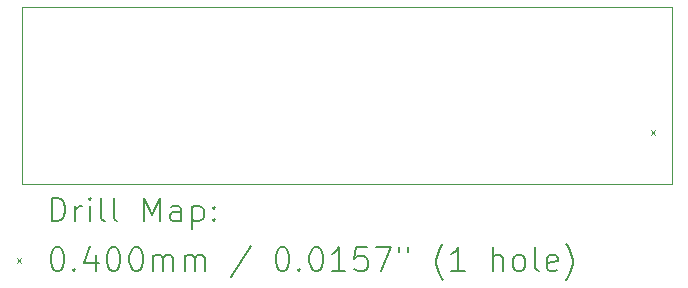
<source format=gbr>
%FSLAX45Y45*%
G04 Gerber Fmt 4.5, Leading zero omitted, Abs format (unit mm)*
G04 Created by KiCad (PCBNEW (6.0.4)) date 2022-06-19 16:10:10*
%MOMM*%
%LPD*%
G01*
G04 APERTURE LIST*
%TA.AperFunction,Profile*%
%ADD10C,0.100000*%
%TD*%
%ADD11C,0.200000*%
%ADD12C,0.040000*%
G04 APERTURE END LIST*
D10*
X10000800Y-11404600D02*
X15500800Y-11404600D01*
X15500800Y-11404600D02*
X15500800Y-9906000D01*
X10000800Y-9906000D02*
X15500800Y-9906000D01*
X10000800Y-9906000D02*
X10000800Y-11404600D01*
D11*
D12*
X15324140Y-10947720D02*
X15364140Y-10987720D01*
X15364140Y-10947720D02*
X15324140Y-10987720D01*
D11*
X10253419Y-11720076D02*
X10253419Y-11520076D01*
X10301038Y-11520076D01*
X10329610Y-11529600D01*
X10348657Y-11548648D01*
X10358181Y-11567695D01*
X10367705Y-11605790D01*
X10367705Y-11634362D01*
X10358181Y-11672457D01*
X10348657Y-11691505D01*
X10329610Y-11710552D01*
X10301038Y-11720076D01*
X10253419Y-11720076D01*
X10453419Y-11720076D02*
X10453419Y-11586743D01*
X10453419Y-11624838D02*
X10462943Y-11605790D01*
X10472467Y-11596267D01*
X10491514Y-11586743D01*
X10510562Y-11586743D01*
X10577229Y-11720076D02*
X10577229Y-11586743D01*
X10577229Y-11520076D02*
X10567705Y-11529600D01*
X10577229Y-11539124D01*
X10586752Y-11529600D01*
X10577229Y-11520076D01*
X10577229Y-11539124D01*
X10701038Y-11720076D02*
X10681990Y-11710552D01*
X10672467Y-11691505D01*
X10672467Y-11520076D01*
X10805800Y-11720076D02*
X10786752Y-11710552D01*
X10777229Y-11691505D01*
X10777229Y-11520076D01*
X11034371Y-11720076D02*
X11034371Y-11520076D01*
X11101038Y-11662933D01*
X11167705Y-11520076D01*
X11167705Y-11720076D01*
X11348657Y-11720076D02*
X11348657Y-11615314D01*
X11339133Y-11596267D01*
X11320086Y-11586743D01*
X11281990Y-11586743D01*
X11262943Y-11596267D01*
X11348657Y-11710552D02*
X11329609Y-11720076D01*
X11281990Y-11720076D01*
X11262943Y-11710552D01*
X11253419Y-11691505D01*
X11253419Y-11672457D01*
X11262943Y-11653409D01*
X11281990Y-11643886D01*
X11329609Y-11643886D01*
X11348657Y-11634362D01*
X11443895Y-11586743D02*
X11443895Y-11786743D01*
X11443895Y-11596267D02*
X11462943Y-11586743D01*
X11501038Y-11586743D01*
X11520086Y-11596267D01*
X11529609Y-11605790D01*
X11539133Y-11624838D01*
X11539133Y-11681981D01*
X11529609Y-11701028D01*
X11520086Y-11710552D01*
X11501038Y-11720076D01*
X11462943Y-11720076D01*
X11443895Y-11710552D01*
X11624848Y-11701028D02*
X11634371Y-11710552D01*
X11624848Y-11720076D01*
X11615324Y-11710552D01*
X11624848Y-11701028D01*
X11624848Y-11720076D01*
X11624848Y-11596267D02*
X11634371Y-11605790D01*
X11624848Y-11615314D01*
X11615324Y-11605790D01*
X11624848Y-11596267D01*
X11624848Y-11615314D01*
D12*
X9955800Y-12029600D02*
X9995800Y-12069600D01*
X9995800Y-12029600D02*
X9955800Y-12069600D01*
D11*
X10291514Y-11940076D02*
X10310562Y-11940076D01*
X10329610Y-11949600D01*
X10339133Y-11959124D01*
X10348657Y-11978171D01*
X10358181Y-12016267D01*
X10358181Y-12063886D01*
X10348657Y-12101981D01*
X10339133Y-12121028D01*
X10329610Y-12130552D01*
X10310562Y-12140076D01*
X10291514Y-12140076D01*
X10272467Y-12130552D01*
X10262943Y-12121028D01*
X10253419Y-12101981D01*
X10243895Y-12063886D01*
X10243895Y-12016267D01*
X10253419Y-11978171D01*
X10262943Y-11959124D01*
X10272467Y-11949600D01*
X10291514Y-11940076D01*
X10443895Y-12121028D02*
X10453419Y-12130552D01*
X10443895Y-12140076D01*
X10434371Y-12130552D01*
X10443895Y-12121028D01*
X10443895Y-12140076D01*
X10624848Y-12006743D02*
X10624848Y-12140076D01*
X10577229Y-11930552D02*
X10529610Y-12073409D01*
X10653419Y-12073409D01*
X10767705Y-11940076D02*
X10786752Y-11940076D01*
X10805800Y-11949600D01*
X10815324Y-11959124D01*
X10824848Y-11978171D01*
X10834371Y-12016267D01*
X10834371Y-12063886D01*
X10824848Y-12101981D01*
X10815324Y-12121028D01*
X10805800Y-12130552D01*
X10786752Y-12140076D01*
X10767705Y-12140076D01*
X10748657Y-12130552D01*
X10739133Y-12121028D01*
X10729610Y-12101981D01*
X10720086Y-12063886D01*
X10720086Y-12016267D01*
X10729610Y-11978171D01*
X10739133Y-11959124D01*
X10748657Y-11949600D01*
X10767705Y-11940076D01*
X10958181Y-11940076D02*
X10977229Y-11940076D01*
X10996276Y-11949600D01*
X11005800Y-11959124D01*
X11015324Y-11978171D01*
X11024848Y-12016267D01*
X11024848Y-12063886D01*
X11015324Y-12101981D01*
X11005800Y-12121028D01*
X10996276Y-12130552D01*
X10977229Y-12140076D01*
X10958181Y-12140076D01*
X10939133Y-12130552D01*
X10929610Y-12121028D01*
X10920086Y-12101981D01*
X10910562Y-12063886D01*
X10910562Y-12016267D01*
X10920086Y-11978171D01*
X10929610Y-11959124D01*
X10939133Y-11949600D01*
X10958181Y-11940076D01*
X11110562Y-12140076D02*
X11110562Y-12006743D01*
X11110562Y-12025790D02*
X11120086Y-12016267D01*
X11139133Y-12006743D01*
X11167705Y-12006743D01*
X11186752Y-12016267D01*
X11196276Y-12035314D01*
X11196276Y-12140076D01*
X11196276Y-12035314D02*
X11205800Y-12016267D01*
X11224848Y-12006743D01*
X11253419Y-12006743D01*
X11272467Y-12016267D01*
X11281990Y-12035314D01*
X11281990Y-12140076D01*
X11377228Y-12140076D02*
X11377228Y-12006743D01*
X11377228Y-12025790D02*
X11386752Y-12016267D01*
X11405800Y-12006743D01*
X11434371Y-12006743D01*
X11453419Y-12016267D01*
X11462943Y-12035314D01*
X11462943Y-12140076D01*
X11462943Y-12035314D02*
X11472467Y-12016267D01*
X11491514Y-12006743D01*
X11520086Y-12006743D01*
X11539133Y-12016267D01*
X11548657Y-12035314D01*
X11548657Y-12140076D01*
X11939133Y-11930552D02*
X11767705Y-12187695D01*
X12196276Y-11940076D02*
X12215324Y-11940076D01*
X12234371Y-11949600D01*
X12243895Y-11959124D01*
X12253419Y-11978171D01*
X12262943Y-12016267D01*
X12262943Y-12063886D01*
X12253419Y-12101981D01*
X12243895Y-12121028D01*
X12234371Y-12130552D01*
X12215324Y-12140076D01*
X12196276Y-12140076D01*
X12177228Y-12130552D01*
X12167705Y-12121028D01*
X12158181Y-12101981D01*
X12148657Y-12063886D01*
X12148657Y-12016267D01*
X12158181Y-11978171D01*
X12167705Y-11959124D01*
X12177228Y-11949600D01*
X12196276Y-11940076D01*
X12348657Y-12121028D02*
X12358181Y-12130552D01*
X12348657Y-12140076D01*
X12339133Y-12130552D01*
X12348657Y-12121028D01*
X12348657Y-12140076D01*
X12481990Y-11940076D02*
X12501038Y-11940076D01*
X12520086Y-11949600D01*
X12529609Y-11959124D01*
X12539133Y-11978171D01*
X12548657Y-12016267D01*
X12548657Y-12063886D01*
X12539133Y-12101981D01*
X12529609Y-12121028D01*
X12520086Y-12130552D01*
X12501038Y-12140076D01*
X12481990Y-12140076D01*
X12462943Y-12130552D01*
X12453419Y-12121028D01*
X12443895Y-12101981D01*
X12434371Y-12063886D01*
X12434371Y-12016267D01*
X12443895Y-11978171D01*
X12453419Y-11959124D01*
X12462943Y-11949600D01*
X12481990Y-11940076D01*
X12739133Y-12140076D02*
X12624848Y-12140076D01*
X12681990Y-12140076D02*
X12681990Y-11940076D01*
X12662943Y-11968648D01*
X12643895Y-11987695D01*
X12624848Y-11997219D01*
X12920086Y-11940076D02*
X12824848Y-11940076D01*
X12815324Y-12035314D01*
X12824848Y-12025790D01*
X12843895Y-12016267D01*
X12891514Y-12016267D01*
X12910562Y-12025790D01*
X12920086Y-12035314D01*
X12929609Y-12054362D01*
X12929609Y-12101981D01*
X12920086Y-12121028D01*
X12910562Y-12130552D01*
X12891514Y-12140076D01*
X12843895Y-12140076D01*
X12824848Y-12130552D01*
X12815324Y-12121028D01*
X12996276Y-11940076D02*
X13129609Y-11940076D01*
X13043895Y-12140076D01*
X13196276Y-11940076D02*
X13196276Y-11978171D01*
X13272467Y-11940076D02*
X13272467Y-11978171D01*
X13567705Y-12216267D02*
X13558181Y-12206743D01*
X13539133Y-12178171D01*
X13529609Y-12159124D01*
X13520086Y-12130552D01*
X13510562Y-12082933D01*
X13510562Y-12044838D01*
X13520086Y-11997219D01*
X13529609Y-11968648D01*
X13539133Y-11949600D01*
X13558181Y-11921028D01*
X13567705Y-11911505D01*
X13748657Y-12140076D02*
X13634371Y-12140076D01*
X13691514Y-12140076D02*
X13691514Y-11940076D01*
X13672467Y-11968648D01*
X13653419Y-11987695D01*
X13634371Y-11997219D01*
X13986752Y-12140076D02*
X13986752Y-11940076D01*
X14072467Y-12140076D02*
X14072467Y-12035314D01*
X14062943Y-12016267D01*
X14043895Y-12006743D01*
X14015324Y-12006743D01*
X13996276Y-12016267D01*
X13986752Y-12025790D01*
X14196276Y-12140076D02*
X14177228Y-12130552D01*
X14167705Y-12121028D01*
X14158181Y-12101981D01*
X14158181Y-12044838D01*
X14167705Y-12025790D01*
X14177228Y-12016267D01*
X14196276Y-12006743D01*
X14224848Y-12006743D01*
X14243895Y-12016267D01*
X14253419Y-12025790D01*
X14262943Y-12044838D01*
X14262943Y-12101981D01*
X14253419Y-12121028D01*
X14243895Y-12130552D01*
X14224848Y-12140076D01*
X14196276Y-12140076D01*
X14377228Y-12140076D02*
X14358181Y-12130552D01*
X14348657Y-12111505D01*
X14348657Y-11940076D01*
X14529609Y-12130552D02*
X14510562Y-12140076D01*
X14472467Y-12140076D01*
X14453419Y-12130552D01*
X14443895Y-12111505D01*
X14443895Y-12035314D01*
X14453419Y-12016267D01*
X14472467Y-12006743D01*
X14510562Y-12006743D01*
X14529609Y-12016267D01*
X14539133Y-12035314D01*
X14539133Y-12054362D01*
X14443895Y-12073409D01*
X14605800Y-12216267D02*
X14615324Y-12206743D01*
X14634371Y-12178171D01*
X14643895Y-12159124D01*
X14653419Y-12130552D01*
X14662943Y-12082933D01*
X14662943Y-12044838D01*
X14653419Y-11997219D01*
X14643895Y-11968648D01*
X14634371Y-11949600D01*
X14615324Y-11921028D01*
X14605800Y-11911505D01*
M02*

</source>
